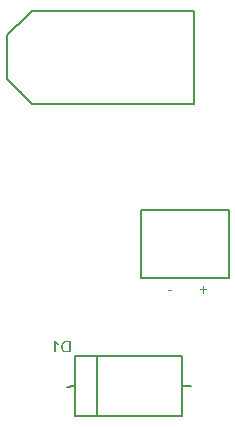
<source format=gbr>
G04*
G04 #@! TF.GenerationSoftware,Altium Limited,Altium Designer,23.4.1 (23)*
G04*
G04 Layer_Color=32896*
%FSLAX44Y44*%
%MOMM*%
G71*
G04*
G04 #@! TF.SameCoordinates,01B2709E-CF7D-401B-80F6-C698A41CF17C*
G04*
G04*
G04 #@! TF.FilePolarity,Positive*
G04*
G01*
G75*
%ADD12C,0.2000*%
G36*
X171778Y191792D02*
X174428D01*
Y190678D01*
X171778D01*
Y188000D01*
X170650D01*
Y190678D01*
X168000D01*
Y191792D01*
X170650D01*
Y194442D01*
X171778D01*
Y191792D01*
D02*
G37*
G36*
X144707Y190000D02*
X141000D01*
Y191198D01*
X144707D01*
Y190000D01*
D02*
G37*
G36*
X45988Y147659D02*
X46143Y147434D01*
X46326Y147208D01*
X46495Y147011D01*
X46664Y146841D01*
X46791Y146700D01*
X46848Y146658D01*
X46890Y146616D01*
X46904Y146602D01*
X46918Y146588D01*
X47214Y146348D01*
X47510Y146123D01*
X47792Y145925D01*
X48074Y145770D01*
X48314Y145629D01*
X48412Y145573D01*
X48497Y145530D01*
X48567Y145488D01*
X48624Y145474D01*
X48652Y145446D01*
X48666D01*
Y144290D01*
X48455Y144375D01*
X48243Y144473D01*
X48032Y144572D01*
X47834Y144670D01*
X47665Y144755D01*
X47524Y144826D01*
X47440Y144882D01*
X47425Y144896D01*
X47411D01*
X47158Y145051D01*
X46932Y145206D01*
X46735Y145347D01*
X46580Y145474D01*
X46439Y145573D01*
X46354Y145657D01*
X46284Y145714D01*
X46270Y145728D01*
Y138101D01*
X45071D01*
Y147899D01*
X45847D01*
X45988Y147659D01*
D02*
G37*
G36*
X58929Y138101D02*
X55419D01*
X55094Y138115D01*
X54798Y138130D01*
X54530Y138158D01*
X54305Y138186D01*
X54107Y138214D01*
X53966Y138228D01*
X53924Y138242D01*
X53882Y138256D01*
X53854D01*
X53600Y138327D01*
X53374Y138411D01*
X53177Y138482D01*
X53008Y138567D01*
X52867Y138637D01*
X52768Y138693D01*
X52712Y138736D01*
X52684Y138750D01*
X52500Y138877D01*
X52345Y139032D01*
X52190Y139173D01*
X52063Y139314D01*
X51951Y139440D01*
X51866Y139539D01*
X51810Y139610D01*
X51796Y139638D01*
X51655Y139863D01*
X51514Y140103D01*
X51401Y140329D01*
X51316Y140554D01*
X51232Y140751D01*
X51175Y140907D01*
X51161Y140963D01*
X51147Y141005D01*
X51133Y141033D01*
Y141048D01*
X51048Y141386D01*
X50978Y141724D01*
X50936Y142049D01*
X50893Y142359D01*
X50879Y142626D01*
Y142739D01*
X50865Y142838D01*
Y142908D01*
Y142979D01*
Y143007D01*
Y143021D01*
X50879Y143500D01*
X50922Y143938D01*
X50992Y144332D01*
X51020Y144515D01*
X51062Y144670D01*
X51105Y144826D01*
X51133Y144952D01*
X51161Y145065D01*
X51203Y145164D01*
X51218Y145248D01*
X51246Y145305D01*
X51260Y145333D01*
Y145347D01*
X51415Y145714D01*
X51598Y146038D01*
X51796Y146320D01*
X51979Y146559D01*
X52148Y146757D01*
X52289Y146898D01*
X52345Y146940D01*
X52388Y146982D01*
X52402Y146996D01*
X52416Y147011D01*
X52641Y147194D01*
X52881Y147335D01*
X53121Y147462D01*
X53346Y147560D01*
X53544Y147631D01*
X53699Y147673D01*
X53755Y147701D01*
X53797D01*
X53825Y147716D01*
X53840D01*
X54079Y147758D01*
X54361Y147800D01*
X54643Y147828D01*
X54925Y147842D01*
X55179Y147856D01*
X58929D01*
Y138101D01*
D02*
G37*
%LPC*%
G36*
X57632Y146700D02*
X55376D01*
X55193Y146686D01*
X55010D01*
X54840Y146672D01*
X54559Y146630D01*
X54333Y146602D01*
X54150Y146559D01*
X54023Y146517D01*
X53952Y146503D01*
X53924Y146489D01*
X53671Y146362D01*
X53431Y146207D01*
X53219Y146024D01*
X53036Y145841D01*
X52895Y145671D01*
X52782Y145530D01*
X52754Y145474D01*
X52726Y145432D01*
X52698Y145403D01*
Y145389D01*
X52613Y145234D01*
X52529Y145051D01*
X52402Y144685D01*
X52317Y144290D01*
X52247Y143909D01*
X52233Y143740D01*
X52218Y143571D01*
X52204Y143430D01*
Y143303D01*
X52190Y143190D01*
Y143120D01*
Y143063D01*
Y143049D01*
X52204Y142655D01*
X52233Y142288D01*
X52275Y141964D01*
X52317Y141682D01*
X52345Y141569D01*
X52374Y141470D01*
X52402Y141372D01*
X52416Y141301D01*
X52430Y141245D01*
X52444Y141203D01*
X52458Y141174D01*
Y141160D01*
X52557Y140892D01*
X52670Y140653D01*
X52797Y140441D01*
X52909Y140258D01*
X53008Y140117D01*
X53092Y140019D01*
X53149Y139962D01*
X53163Y139934D01*
X53304Y139821D01*
X53445Y139722D01*
X53586Y139638D01*
X53727Y139553D01*
X53854Y139497D01*
X53952Y139455D01*
X54023Y139440D01*
X54051Y139426D01*
X54263Y139370D01*
X54516Y139328D01*
X54770Y139299D01*
X55010Y139285D01*
X55221Y139271D01*
X55320Y139257D01*
X57632D01*
Y146700D01*
D02*
G37*
%LPD*%
D12*
X5000Y372000D02*
Y374250D01*
X28500Y348250D02*
X31000Y348290D01*
X28250Y427000D02*
X31000Y427030D01*
X4750Y401000D02*
Y404000D01*
X31000Y427030D02*
X163620D01*
Y348290D02*
Y427030D01*
X31000Y348290D02*
X163620D01*
X14188Y360563D02*
X17313Y357438D01*
X13897Y415407D02*
X16506Y417992D01*
X4750Y401000D02*
X5000Y374250D01*
X14188Y360563D02*
X26500Y348250D01*
X28500D01*
X5000Y369750D02*
X14188Y360563D01*
X5000Y369750D02*
Y372000D01*
X13897Y415407D02*
X25750Y427000D01*
X28250D01*
X4750Y406500D02*
X25750Y427000D01*
X4750Y404000D02*
Y406500D01*
X62480Y84610D02*
Y135000D01*
X55361Y109277D02*
X61480Y109360D01*
X81000Y134000D02*
X81280Y84610D01*
X154300Y110000D02*
X160365Y110000D01*
X62480Y84610D02*
X153000D01*
Y135000D01*
X62480D02*
X153000D01*
X118500Y201250D02*
X192500D01*
Y258750D01*
X118500D02*
X192500D01*
X118500Y201250D02*
Y258750D01*
M02*

</source>
